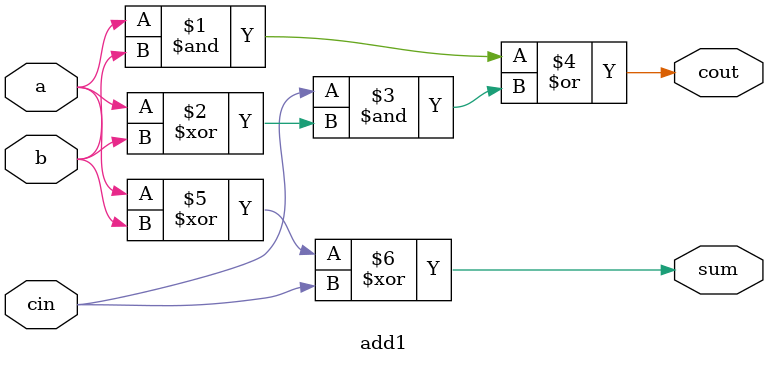
<source format=v>
module top_module (
    input [31:0] a,
    input [31:0] b,
    output [31:0] sum
);
    wire c1;
    
    add16 inst1 (.a(a[15:0]), .b(b[15:0]), .cin(1'b0), .sum(sum[15:0]), .cout(c1));
    add16 inst2 (.a(a[31:16]), .b(b[31:16]), .cin(c1), .sum(sum[31:16]), .cout());
    
endmodule

module add1 ( input a, input b, input cin,   output sum, output cout );
    assign cout = (a&b) | (cin & (a^b));
    // assign cout = (a&b)|(b^cin)|(cin&a);
    assign sum = a^b^cin;

endmodule

</source>
